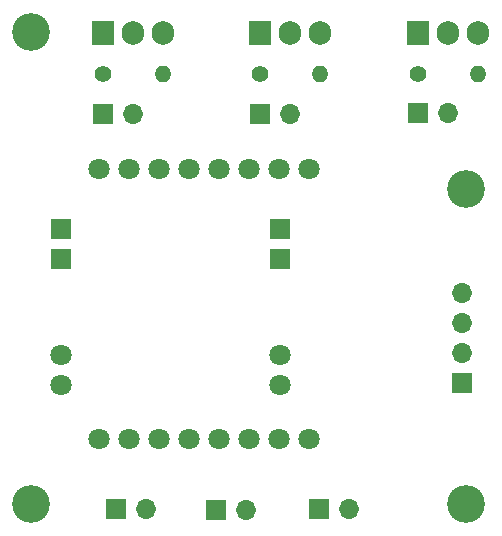
<source format=gbr>
G04 #@! TF.GenerationSoftware,KiCad,Pcbnew,(5.0.0)*
G04 #@! TF.CreationDate,2018-09-24T11:54:02-04:00*
G04 #@! TF.ProjectId,ClockClock,436C6F636B436C6F636B2E6B69636164,v1*
G04 #@! TF.SameCoordinates,Original*
G04 #@! TF.FileFunction,Soldermask,Top*
G04 #@! TF.FilePolarity,Negative*
%FSLAX46Y46*%
G04 Gerber Fmt 4.6, Leading zero omitted, Abs format (unit mm)*
G04 Created by KiCad (PCBNEW (5.0.0)) date 09/24/18 11:54:02*
%MOMM*%
%LPD*%
G01*
G04 APERTURE LIST*
%ADD10C,3.204000*%
%ADD11O,1.704000X1.704000*%
%ADD12R,1.704000X1.704000*%
%ADD13C,1.804000*%
%ADD14R,1.804000X1.804000*%
%ADD15O,1.404000X1.404000*%
%ADD16C,1.404000*%
%ADD17O,1.909000X2.004000*%
%ADD18R,1.909000X2.004000*%
G04 APERTURE END LIST*
D10*
G04 #@! TO.C,m3*
X73660000Y-156210000D03*
G04 #@! TD*
G04 #@! TO.C,m2*
X110490000Y-129540000D03*
G04 #@! TD*
G04 #@! TO.C,m1*
X73660000Y-116205000D03*
G04 #@! TD*
D11*
G04 #@! TO.C,J1*
X110159000Y-138316000D03*
X110159000Y-140856000D03*
X110159000Y-143396000D03*
D12*
X110159000Y-145936000D03*
G04 #@! TD*
D13*
G04 #@! TO.C,U2*
X97225000Y-150687000D03*
X97225000Y-127827000D03*
X94685000Y-150687000D03*
X94685000Y-127827000D03*
X92145000Y-150687000D03*
X92145000Y-127827000D03*
X89605000Y-150687000D03*
X89605000Y-127827000D03*
X87065000Y-150687000D03*
X87065000Y-127827000D03*
X84525000Y-150687000D03*
X84525000Y-127827000D03*
X81985000Y-150687000D03*
X81985000Y-127827000D03*
X79445000Y-150687000D03*
X79445000Y-127827000D03*
G04 #@! TD*
G04 #@! TO.C,U1*
X94771000Y-146104000D03*
X94771000Y-143564000D03*
X76229000Y-146104000D03*
X76229000Y-143564000D03*
D14*
X94771000Y-132896000D03*
X94771000Y-135436000D03*
X76229000Y-135436000D03*
X76229000Y-132896000D03*
G04 #@! TD*
D11*
G04 #@! TO.C,J5*
X109015000Y-123092000D03*
D12*
X106475000Y-123092000D03*
G04 #@! TD*
D11*
G04 #@! TO.C,J4*
X95631000Y-123190000D03*
D12*
X93091000Y-123190000D03*
G04 #@! TD*
D11*
G04 #@! TO.C,J3*
X82296000Y-123190000D03*
D12*
X79756000Y-123190000D03*
G04 #@! TD*
D11*
G04 #@! TO.C,J2*
X91858600Y-156659000D03*
D12*
X89318600Y-156659000D03*
G04 #@! TD*
D15*
G04 #@! TO.C,BUZZ1*
X84843900Y-119761000D03*
D16*
X79763900Y-119761000D03*
G04 #@! TD*
D15*
G04 #@! TO.C,LED1*
X111555000Y-119761000D03*
D16*
X106475000Y-119761000D03*
G04 #@! TD*
D17*
G04 #@! TO.C,Q1*
X84843900Y-116274000D03*
X82303900Y-116274000D03*
D18*
X79763900Y-116274000D03*
G04 #@! TD*
D17*
G04 #@! TO.C,Q2*
X98163100Y-116326000D03*
X95623100Y-116326000D03*
D18*
X93083100Y-116326000D03*
G04 #@! TD*
D17*
G04 #@! TO.C,Q3*
X111557000Y-116329000D03*
X109017000Y-116329000D03*
D18*
X106477000Y-116329000D03*
G04 #@! TD*
D15*
G04 #@! TO.C,VIBE1*
X98171000Y-119761000D03*
D16*
X93091000Y-119761000D03*
G04 #@! TD*
D11*
G04 #@! TO.C,J6*
X83420100Y-156583000D03*
D12*
X80880100Y-156583000D03*
G04 #@! TD*
D10*
G04 #@! TO.C,m4*
X110490000Y-156210000D03*
G04 #@! TD*
D11*
G04 #@! TO.C,J7*
X100584000Y-156591000D03*
D12*
X98044000Y-156591000D03*
G04 #@! TD*
M02*

</source>
